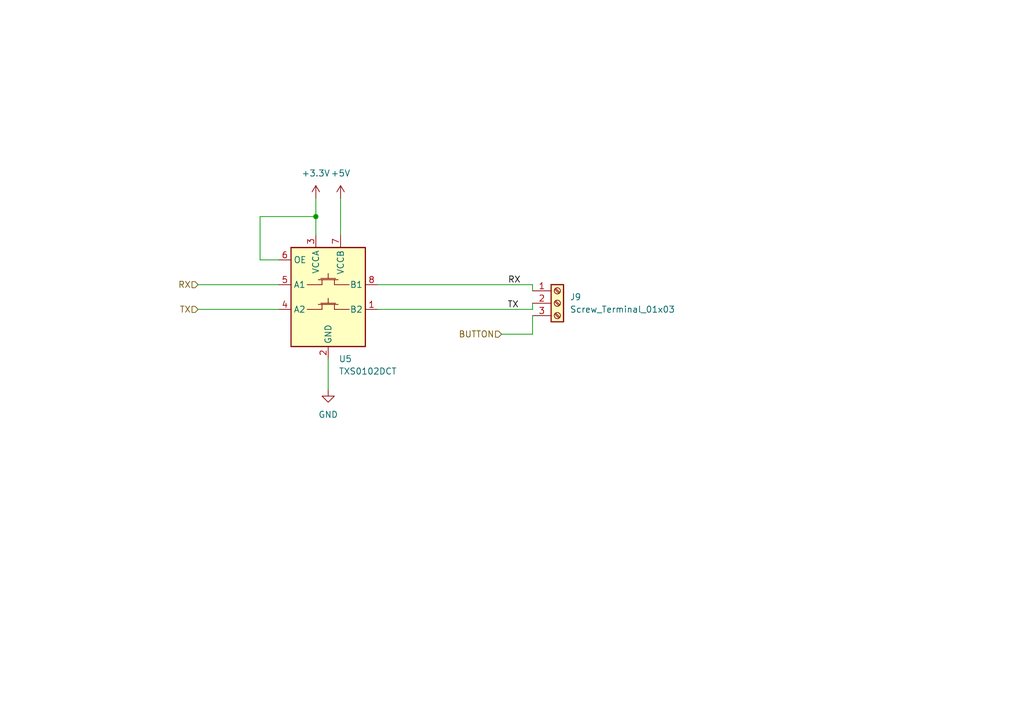
<source format=kicad_sch>
(kicad_sch (version 20250114) (generator "eeschema") (generator_version "9.0")
  (paper "A5")
  (lib_symbols
    (symbol "Connector:Screw_Terminal_01x03" (pin_names (offset 1.016) (hide yes))
      (property "Reference" "J" (at 0 5.08 0))
      (property "Value" "Screw_Terminal_01x03" (at 0 -5.08 0))
      (symbol "Screw_Terminal_01x03_1_1"
        (rectangle (start -1.27 3.81) (end 1.27 -3.81) (stroke (width 0.254)) (fill (type background)))
        (polyline (pts (xy -0.5334 2.8702) (xy 0.3302 2.032)) (stroke (width 0.1524)))
        (polyline (pts (xy -0.5334 0.3302) (xy 0.3302 -0.508)) (stroke (width 0.1524)))
        (polyline (pts (xy -0.5334 -2.2098) (xy 0.3302 -3.048)) (stroke (width 0.1524)))
        (polyline (pts (xy -0.3556 3.048) (xy 0.508 2.2098)) (stroke (width 0.1524)))
        (polyline (pts (xy -0.3556 0.508) (xy 0.508 -0.3302)) (stroke (width 0.1524)))
        (polyline (pts (xy -0.3556 -2.032) (xy 0.508 -2.8702)) (stroke (width 0.1524)))
        (circle (center 0 2.54) (radius 0.635) (stroke (width 0.1524)))
        (circle (center 0 0) (radius 0.635) (stroke (width 0.1524)))
        (circle (center 0 -2.54) (radius 0.635) (stroke (width 0.1524)))
        (pin passive line (at -5.08 2.54 0) (length 3.81) (name "Pin_1") (number "1"))
        (pin passive line (at -5.08 0 0) (length 3.81) (name "Pin_2") (number "2"))
        (pin passive line (at -5.08 -2.54 0) (length 3.81) (name "Pin_3") (number "3"))
      )
    )
    (symbol "Logic_LevelTranslator:TXS0102DCT"
      (property "Reference" "U" (at -6.35 11.43 0))
      (property "Value" "TXS0102DCT" (at 3.81 11.43 0))
      (symbol "TXS0102DCT_0_1"
        (rectangle (start -7.62 10.16) (end 7.62 -10.16) (stroke (width 0.254)) (fill (type background)))
        (polyline (pts (xy -4.318 -2.54) (xy -1.27 -2.54)))
        (polyline (pts (xy -2.032 -1.524) (xy 2.032 -1.524)))
        (polyline (pts (xy -1.524 -1.27) (xy 1.524 -1.27)))
        (polyline (pts (xy -1.27 -2.54) (xy -1.27 -1.524)))
        (polyline (pts (xy 0 -1.27) (xy 0 -0.254)))
        (polyline (pts (xy 1.27 -2.54) (xy 1.27 -1.524)))
        (polyline (pts (xy 4.318 -2.54) (xy 1.27 -2.54)))
      )
      (symbol "TXS0102DCT_1_1"
        (polyline (pts (xy -4.318 2.54) (xy -1.27 2.54)))
        (polyline (pts (xy -2.032 3.556) (xy 2.032 3.556)))
        (polyline (pts (xy -1.524 3.81) (xy 1.524 3.81)))
        (polyline (pts (xy -1.27 2.54) (xy -1.27 3.556)))
        (polyline (pts (xy 0 3.81) (xy 0 4.826)))
        (polyline (pts (xy 1.27 2.54) (xy 1.27 3.556)))
        (polyline (pts (xy 4.318 2.54) (xy 1.27 2.54)))
        (pin input line (at -10.16 7.62 0) (length 2.54) (name "OE") (number "6"))
        (pin bidirectional line (at -10.16 2.54 0) (length 2.54) (name "A1") (number "5"))
        (pin bidirectional line (at -10.16 -2.54 0) (length 2.54) (name "A2") (number "4"))
        (pin power_in line (at -2.54 12.7 270) (length 2.54) (name "VCCA") (number "3"))
        (pin power_in line (at 0 -12.7 90) (length 2.54) (name "GND") (number "2"))
        (pin power_in line (at 2.54 12.7 270) (length 2.54) (name "VCCB") (number "7"))
        (pin bidirectional line (at 10.16 2.54 180) (length 2.54) (name "B1") (number "8"))
        (pin bidirectional line (at 10.16 -2.54 180) (length 2.54) (name "B2") (number "1"))
      )
    )
    (symbol "power:+5V" (power) (pin_numbers (hide yes)) (pin_names (offset 0) (hide yes))
      (property "Value" "+5V" (at 0 3.556 0))
      (symbol "+5V_0_1"
        (polyline (pts (xy -0.762 1.27) (xy 0 2.54)))
        (polyline (pts (xy 0 2.54) (xy 0.762 1.27)))
        (polyline (pts (xy 0 0) (xy 0 2.54)))
      )
      (symbol "+5V_1_1"
        (pin power_in line (at 0 0 90) (length 0) (name "~") (number "1"))
      )
    )
    (symbol "power:GND" (power) (pin_numbers (hide yes)) (pin_names (offset 0) (hide yes))
      (property "Value" "GND" (at 0 -3.81 0))
      (symbol "GND_0_1"
        (polyline (pts (xy 0 0) (xy 0 -1.27) (xy 1.27 -1.27) (xy 0 -2.54) (xy -1.27 -1.27) (xy 0 -1.27)))
      )
      (symbol "GND_1_1"
        (pin power_in line (at 0 0 270) (length 0) (name "~") (number "1"))
      )
    )
  )
  (junction (at 64.77 44.45))
  (wire (pts (xy 67.31 73.66) (xy 67.31 80.01)))
  (wire (pts (xy 102.87 68.58) (xy 109.22 68.58)))
  (wire (pts (xy 57.15 53.34) (xy 53.34 53.34)))
  (wire (pts (xy 40.64 58.42) (xy 57.15 58.42)))
  (wire (pts (xy 64.77 40.64) (xy 64.77 44.45)))
  (wire (pts (xy 53.34 53.34) (xy 53.34 44.45)))
  (wire (pts (xy 109.22 64.77) (xy 109.22 68.58)))
  (wire (pts (xy 53.34 44.45) (xy 64.77 44.45)))
  (wire (pts (xy 69.85 40.64) (xy 69.85 48.26)))
  (wire (pts (xy 109.22 63.5) (xy 109.22 62.23)))
  (wire (pts (xy 64.77 44.45) (xy 64.77 48.26)))
  (wire (pts (xy 77.47 63.5) (xy 109.22 63.5)))
  (wire (pts (xy 109.22 58.42) (xy 109.22 59.69)))
  (wire (pts (xy 77.47 58.42) (xy 109.22 58.42)))
  (wire (pts (xy 40.64 63.5) (xy 57.15 63.5)))
  (label "RX" (at 104.14 58.42 0))
  (label "TX" (at 104.0408 63.5 0))
  (hierarchical_label "TX" (shape input) (at 40.64 63.5 180))
  (hierarchical_label "BUTTON" (shape input) (at 102.87 68.58 180))
  (hierarchical_label "RX" (shape input) (at 40.64 58.42 180))
  (symbol (lib_id "power:GND") (at 67.31 80.01 0) (unit 1)
    (property "Reference" "#PWR059" (effects (hide yes)))
    (property "Value" "GND" (at 67.31 85.09 0))
    (property "Description" "Power symbol creates a global label with name \"GND\" , ground" (effects (hide yes)))
  )
  (symbol (lib_id "power:+5V") (at 64.77 40.64 0) (unit 1)
    (property "Reference" "#PWR058" (effects (hide yes)))
    (property "Value" "+3.3V" (at 64.77 35.56 0))
    (property "Description" "Power symbol creates a global label with name \"+5V\"" (effects (hide yes)))
  )
  (symbol (lib_id "Connector:Screw_Terminal_01x03") (at 114.3 62.23 0) (unit 1)
    (property "Reference" "J9" (at 116.84 60.9599 0) (effects (justify left)))
    (property "Value" "Screw_Terminal_01x03" (at 116.84 63.4999 0) (effects (justify left)))
    (property "Footprint" "TerminalBlock:TerminalBlock_MaiXu_MX126-5.0-03P_1x03_P5.00mm" (effects (hide yes)))
    (property "Description" "Generic screw terminal, single row, 01x03, script generated (kicad-library-utils/schlib/autogen/connector/)" (effects (hide yes)))
  )
  (symbol (lib_id "Logic_LevelTranslator:TXS0102DCT") (at 67.31 60.96 0) (unit 1)
    (property "Reference" "U5" (at 69.4533 73.66 0) (effects (justify left)))
    (property "Value" "TXS0102DCT" (at 69.4533 76.2 0) (effects (justify left)))
    (property "Footprint" "Package_SO:SSOP-8_2.95x2.8mm_P0.65mm" (effects (hide yes)))
    (property "Datasheet" "http://www.ti.com/lit/gpn/txs0102" (effects (hide yes)))
    (property "Description" "2-Bit Bidirectional Voltage-Level Shifter for Open-Drain and Push-Pull Application, SSOP-8" (effects (hide yes)))
  )
  (symbol (lib_id "power:+5V") (at 69.85 40.64 0) (unit 1)
    (property "Reference" "#PWR060" (effects (hide yes)))
    (property "Value" "+5V" (at 69.85 35.56 0))
    (property "Description" "Power symbol creates a global label with name \"+5V\"" (effects (hide yes)))
  )
)
</source>
